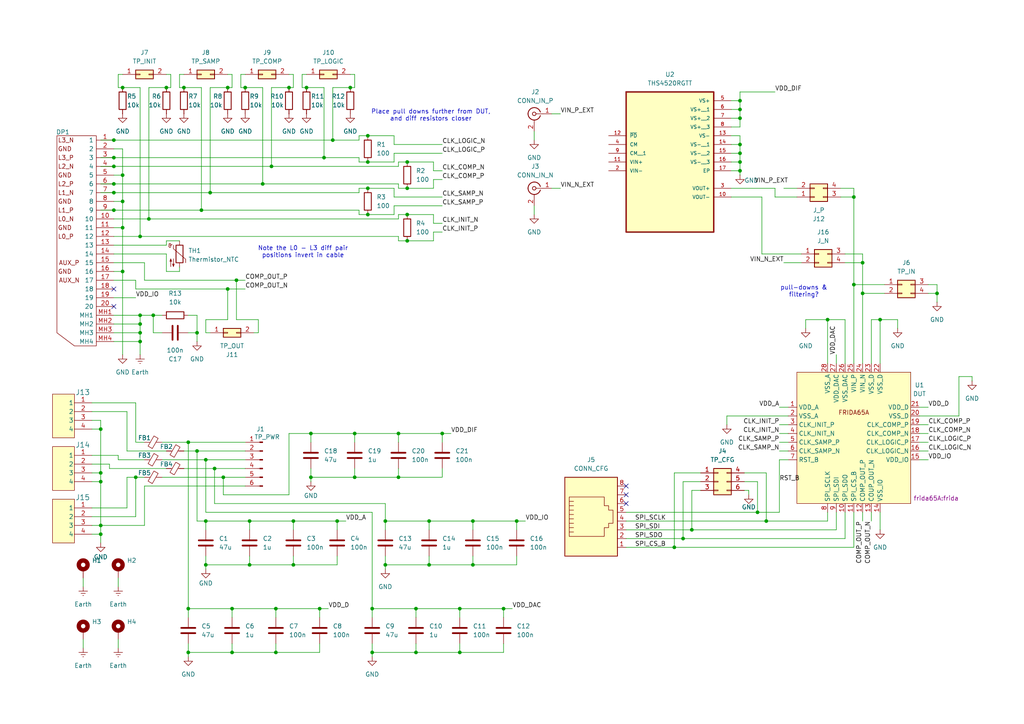
<source format=kicad_sch>
(kicad_sch (version 20250114) (generator "eeschema") (generator_version "9.0")
  (paper "A4")
  (title_block (title "FRIDA65A Single Chip Card") (date "2025-11-11") (rev "1.0") (company "SiLab, Universität Bonn") (comment 1 "K. Caisley, H. Krüger, C. Bespin"))
  (text "Note the L0 - L3 diff pair\npositions invert in cable" (at 87.884 73.152 0) (effects (font (size 1.27 1.27))))
  (text "pull-downs &\nfiltering?" (at 233.172 84.582 0) (effects (font (size 1.27 1.27))))
  (text "Place pull downs further from DUT,\nand diff resistors closer" (at 124.968 33.528 0) (effects (font (size 1.27 1.27))))
  (junction (at 137.16 163.83))
  (junction (at 64.77 138.43))
  (junction (at 60.96 55.88))
  (junction (at 247.65 57.15))
  (junction (at 80.01 176.53))
  (junction (at 128.27 125.73))
  (junction (at 58.42 60.96))
  (junction (at 29.21 137.16))
  (junction (at 35.56 66.04))
  (junction (at 124.46 163.83))
  (junction (at 48.26 25.4))
  (junction (at 39.37 138.43))
  (junction (at 214.63 29.21))
  (junction (at 54.61 176.53))
  (junction (at 66.04 83.82))
  (junction (at 35.56 78.74))
  (junction (at 67.31 189.23))
  (junction (at 83.82 25.4))
  (junction (at 85.09 151.13))
  (junction (at 106.68 62.23))
  (junction (at 102.87 125.73))
  (junction (at 118.11 69.85))
  (junction (at 57.15 96.52))
  (junction (at 35.56 25.4))
  (junction (at 78.74 48.26))
  (junction (at 33.02 55.88))
  (junction (at 111.76 151.13))
  (junction (at 33.02 40.64))
  (junction (at 124.46 151.13))
  (junction (at 33.02 48.26))
  (junction (at 59.69 133.35))
  (junction (at 33.02 60.96))
  (junction (at 120.65 189.23))
  (junction (at 250.19 76.2))
  (junction (at 40.64 68.58))
  (junction (at 80.01 189.23))
  (junction (at 40.64 99.06))
  (junction (at 33.02 45.72))
  (junction (at 33.02 53.34))
  (junction (at 222.25 151.13))
  (junction (at 118.11 62.23))
  (junction (at 59.69 151.13))
  (junction (at 72.39 163.83))
  (junction (at 133.35 189.23))
  (junction (at 107.95 176.53))
  (junction (at 68.58 81.28))
  (junction (at 53.34 25.4))
  (junction (at 90.17 138.43))
  (junction (at 250.19 85.09))
  (junction (at 54.61 128.27))
  (junction (at 271.78 85.09))
  (junction (at 219.71 148.59))
  (junction (at 214.63 31.75))
  (junction (at 93.98 45.72))
  (junction (at 137.16 151.13))
  (junction (at 111.76 163.83))
  (junction (at 62.23 135.89))
  (junction (at 67.31 176.53))
  (junction (at 214.63 49.53))
  (junction (at 120.65 176.53))
  (junction (at 195.58 158.75))
  (junction (at 101.6 25.4))
  (junction (at 214.63 34.29))
  (junction (at 54.61 189.23))
  (junction (at 96.52 40.64))
  (junction (at 76.2 53.34))
  (junction (at 43.18 63.5))
  (junction (at 133.35 176.53))
  (junction (at 102.87 138.43))
  (junction (at 44.45 91.44))
  (junction (at 35.56 50.8))
  (junction (at 40.64 96.52))
  (junction (at 97.79 151.13))
  (junction (at 71.12 25.4))
  (junction (at 214.63 41.91))
  (junction (at 240.03 92.71))
  (junction (at 247.65 82.55))
  (junction (at 90.17 125.73))
  (junction (at 106.68 54.61))
  (junction (at 198.12 156.21))
  (junction (at 200.66 153.67))
  (junction (at 40.64 93.98))
  (junction (at 149.86 151.13))
  (junction (at 59.69 163.83))
  (junction (at 66.04 25.4))
  (junction (at 88.9 25.4))
  (junction (at 106.68 39.37))
  (junction (at 107.95 189.23))
  (junction (at 118.11 54.61))
  (junction (at 118.11 46.99))
  (junction (at 92.71 176.53))
  (junction (at 214.63 44.45))
  (junction (at 146.05 176.53))
  (junction (at 29.21 124.46))
  (junction (at 29.21 152.4))
  (junction (at 29.21 154.94))
  (junction (at 29.21 139.7))
  (junction (at 115.57 125.73))
  (junction (at 115.57 138.43))
  (junction (at 85.09 163.83))
  (junction (at 35.56 58.42))
  (junction (at 106.68 46.99))
  (junction (at 57.15 130.81))
  (junction (at 40.64 91.44))
  (junction (at 72.39 151.13))
  (junction (at 214.63 46.99))
  (junction (at 255.27 92.71))
  (no_connect (at 181.61 143.51))
  (no_connect (at 33.02 83.82))
  (no_connect (at 181.61 140.97))
  (no_connect (at 181.61 146.05))
  (no_connect (at 33.02 88.9))
  (wire (pts (xy 83.82 125.73) (xy 90.17 125.73)))
  (wire (pts (xy 60.96 25.4) (xy 66.04 25.4)))
  (wire (pts (xy 58.42 60.96) (xy 104.14 60.96)))
  (wire (pts (xy 93.98 45.72) (xy 104.14 45.72)))
  (wire (pts (xy 71.12 140.97) (xy 41.91 140.97)))
  (wire (pts (xy 124.46 163.83) (xy 137.16 163.83)))
  (wire (pts (xy 240.03 148.59) (xy 240.03 151.13)))
  (wire (pts (xy 33.02 91.44) (xy 40.64 91.44)))
  (wire (pts (xy 33.02 58.42) (xy 35.56 58.42)))
  (wire (pts (xy 46.99 133.35) (xy 59.69 133.35)))
  (wire (pts (xy 242.57 148.59) (xy 242.57 153.67)))
  (wire (pts (xy 29.21 48.26) (xy 33.02 48.26)))
  (wire (pts (xy 39.37 149.86) (xy 26.67 149.86)))
  (wire (pts (xy 59.69 163.83) (xy 59.69 165.1)))
  (wire (pts (xy 29.21 40.64) (xy 33.02 40.64)))
  (wire (pts (xy 195.58 158.75) (xy 195.58 137.16)))
  (wire (pts (xy 124.46 151.13) (xy 137.16 151.13)))
  (wire (pts (xy 71.12 21.59) (xy 69.85 21.59)))
  (wire (pts (xy 52.07 25.4) (xy 53.34 25.4)))
  (wire (pts (xy 247.65 148.59) (xy 247.65 158.75)))
  (wire (pts (xy 200.66 142.24) (xy 200.66 153.67)))
  (wire (pts (xy 104.14 60.96) (xy 104.14 62.23)))
  (wire (pts (xy 49.53 21.59) (xy 49.53 25.4)))
  (wire (pts (xy 125.73 54.61) (xy 125.73 52.07)))
  (wire (pts (xy 29.21 55.88) (xy 33.02 55.88)))
  (wire (pts (xy 118.11 46.99) (xy 125.73 46.99)))
  (wire (pts (xy 219.71 148.59) (xy 226.06 148.59)))
  (wire (pts (xy 217.17 142.24) (xy 217.17 143.51)))
  (wire (pts (xy 80.01 189.23) (xy 92.71 189.23)))
  (wire (pts (xy 214.63 29.21) (xy 214.63 26.67)))
  (wire (pts (xy 33.02 76.2) (xy 41.91 76.2)))
  (wire (pts (xy 39.37 138.43) (xy 39.37 149.86)))
  (wire (pts (xy 39.37 83.82) (xy 66.04 83.82)))
  (wire (pts (xy 48.26 69.85) (xy 52.07 69.85)))
  (wire (pts (xy 214.63 44.45) (xy 214.63 46.99)))
  (wire (pts (xy 104.14 40.64) (xy 104.14 39.37)))
  (wire (pts (xy 118.11 62.23) (xy 125.73 62.23)))
  (wire (pts (xy 26.67 137.16) (xy 29.21 137.16)))
  (wire (pts (xy 90.17 138.43) (xy 90.17 139.7)))
  (wire (pts (xy 64.77 138.43) (xy 71.12 138.43)))
  (wire (pts (xy 85.09 21.59) (xy 85.09 25.4)))
  (wire (pts (xy 200.66 153.67) (xy 242.57 153.67)))
  (wire (pts (xy 214.63 39.37) (xy 214.63 41.91)))
  (wire (pts (xy 33.02 40.64) (xy 96.52 40.64)))
  (wire (pts (xy 54.61 189.23) (xy 67.31 189.23)))
  (wire (pts (xy 250.19 85.09) (xy 250.19 105.41)))
  (wire (pts (xy 64.77 143.51) (xy 83.82 143.51)))
  (wire (pts (xy 101.6 21.59) (xy 102.87 21.59)))
  (wire (pts (xy 240.03 92.71) (xy 245.11 92.71)))
  (wire (pts (xy 115.57 135.89) (xy 115.57 138.43)))
  (wire (pts (xy 64.77 138.43) (xy 46.99 138.43)))
  (wire (pts (xy 54.61 186.69) (xy 54.61 189.23)))
  (wire (pts (xy 68.58 81.28) (xy 71.12 81.28)))
  (wire (pts (xy 33.02 63.5) (xy 43.18 63.5)))
  (wire (pts (xy 41.91 81.28) (xy 68.58 81.28)))
  (wire (pts (xy 62.23 135.89) (xy 62.23 146.05)))
  (wire (pts (xy 59.69 161.29) (xy 59.69 163.83)))
  (wire (pts (xy 120.65 189.23) (xy 133.35 189.23)))
  (wire (pts (xy 33.02 45.72) (xy 93.98 45.72)))
  (wire (pts (xy 104.14 62.23) (xy 106.68 62.23)))
  (wire (pts (xy 85.09 161.29) (xy 85.09 163.83)))
  (wire (pts (xy 114.3 41.91) (xy 128.27 41.91)))
  (wire (pts (xy 40.64 96.52) (xy 40.64 99.06)))
  (wire (pts (xy 57.15 130.81) (xy 71.12 130.81)))
  (wire (pts (xy 104.14 46.99) (xy 106.68 46.99)))
  (wire (pts (xy 93.98 25.4) (xy 93.98 45.72)))
  (wire (pts (xy 137.16 161.29) (xy 137.16 163.83)))
  (wire (pts (xy 36.83 147.32) (xy 36.83 138.43)))
  (wire (pts (xy 33.02 71.12) (xy 48.26 71.12)))
  (wire (pts (xy 114.3 62.23) (xy 114.3 59.69)))
  (wire (pts (xy 104.14 54.61) (xy 106.68 54.61)))
  (wire (pts (xy 107.95 190.5) (xy 107.95 189.23)))
  (wire (pts (xy 40.64 68.58) (xy 115.57 68.58)))
  (wire (pts (xy 212.09 29.21) (xy 214.63 29.21)))
  (wire (pts (xy 215.9 142.24) (xy 217.17 142.24)))
  (wire (pts (xy 72.39 161.29) (xy 72.39 163.83)))
  (wire (pts (xy 125.73 67.31) (xy 128.27 67.31)))
  (wire (pts (xy 115.57 62.23) (xy 118.11 62.23)))
  (wire (pts (xy 59.69 96.52) (xy 59.69 92.71)))
  (wire (pts (xy 260.35 92.71) (xy 260.35 95.25)))
  (wire (pts (xy 137.16 163.83) (xy 149.86 163.83)))
  (wire (pts (xy 233.68 92.71) (xy 233.68 95.25)))
  (wire (pts (xy 224.79 54.61) (xy 212.09 54.61)))
  (wire (pts (xy 128.27 125.73) (xy 128.27 128.27)))
  (wire (pts (xy 26.67 124.46) (xy 29.21 124.46)))
  (wire (pts (xy 198.12 156.21) (xy 245.11 156.21)))
  (wire (pts (xy 60.96 55.88) (xy 104.14 55.88)))
  (wire (pts (xy 60.96 25.4) (xy 60.96 55.88)))
  (wire (pts (xy 137.16 151.13) (xy 149.86 151.13)))
  (wire (pts (xy 281.94 109.22) (xy 281.94 110.49)))
  (wire (pts (xy 226.06 123.19) (xy 228.6 123.19)))
  (wire (pts (xy 40.64 91.44) (xy 40.64 93.98)))
  (wire (pts (xy 212.09 57.15) (xy 220.98 57.15)))
  (wire (pts (xy 78.74 25.4) (xy 83.82 25.4)))
  (wire (pts (xy 133.35 186.69) (xy 133.35 189.23)))
  (wire (pts (xy 83.82 143.51) (xy 83.82 125.73)))
  (wire (pts (xy 106.68 54.61) (xy 114.3 54.61)))
  (wire (pts (xy 87.63 21.59) (xy 87.63 25.4)))
  (wire (pts (xy 74.93 96.52) (xy 74.93 92.71)))
  (wire (pts (xy 115.57 125.73) (xy 115.57 128.27)))
  (wire (pts (xy 26.67 121.92) (xy 29.21 121.92)))
  (wire (pts (xy 154.94 59.69) (xy 154.94 62.23)))
  (wire (pts (xy 46.99 96.52) (xy 44.45 96.52)))
  (wire (pts (xy 72.39 151.13) (xy 72.39 153.67)))
  (wire (pts (xy 146.05 176.53) (xy 146.05 179.07)))
  (wire (pts (xy 114.3 54.61) (xy 114.3 57.15)))
  (wire (pts (xy 57.15 130.81) (xy 57.15 151.13)))
  (wire (pts (xy 245.11 76.2) (xy 250.19 76.2)))
  (wire (pts (xy 24.13 167.64) (xy 24.13 170.18)))
  (wire (pts (xy 149.86 151.13) (xy 149.86 153.67)))
  (wire (pts (xy 69.85 25.4) (xy 71.12 25.4)))
  (wire (pts (xy 36.83 130.81) (xy 48.26 130.81)))
  (wire (pts (xy 215.9 137.16) (xy 222.25 137.16)))
  (wire (pts (xy 214.63 41.91) (xy 214.63 44.45)))
  (wire (pts (xy 210.82 120.65) (xy 228.6 120.65)))
  (wire (pts (xy 85.09 151.13) (xy 97.79 151.13)))
  (wire (pts (xy 62.23 135.89) (xy 71.12 135.89)))
  (wire (pts (xy 57.15 91.44) (xy 57.15 96.52)))
  (wire (pts (xy 90.17 138.43) (xy 102.87 138.43)))
  (wire (pts (xy 29.21 53.34) (xy 33.02 53.34)))
  (wire (pts (xy 250.19 148.59) (xy 250.19 151.13)))
  (wire (pts (xy 226.06 130.81) (xy 228.6 130.81)))
  (wire (pts (xy 85.09 151.13) (xy 85.09 153.67)))
  (wire (pts (xy 104.14 45.72) (xy 104.14 46.99)))
  (wire (pts (xy 269.24 85.09) (xy 271.78 85.09)))
  (wire (pts (xy 97.79 151.13) (xy 97.79 153.67)))
  (wire (pts (xy 227.33 54.61) (xy 231.14 54.61)))
  (wire (pts (xy 245.11 73.66) (xy 250.19 73.66)))
  (wire (pts (xy 160.02 54.61) (xy 162.56 54.61)))
  (wire (pts (xy 53.34 135.89) (xy 62.23 135.89)))
  (wire (pts (xy 115.57 46.99) (xy 118.11 46.99)))
  (wire (pts (xy 125.73 62.23) (xy 125.73 64.77)))
  (wire (pts (xy 29.21 154.94) (xy 29.21 157.48)))
  (wire (pts (xy 34.29 167.64) (xy 34.29 170.18)))
  (wire (pts (xy 114.3 39.37) (xy 114.3 41.91)))
  (wire (pts (xy 146.05 186.69) (xy 146.05 189.23)))
  (wire (pts (xy 48.26 21.59) (xy 49.53 21.59)))
  (wire (pts (xy 33.02 86.36) (xy 39.37 86.36)))
  (wire (pts (xy 146.05 176.53) (xy 148.59 176.53)))
  (wire (pts (xy 278.13 109.22) (xy 278.13 120.65)))
  (wire (pts (xy 195.58 158.75) (xy 247.65 158.75)))
  (wire (pts (xy 125.73 46.99) (xy 125.73 49.53)))
  (wire (pts (xy 250.19 76.2) (xy 250.19 85.09)))
  (wire (pts (xy 40.64 91.44) (xy 44.45 91.44)))
  (wire (pts (xy 111.76 163.83) (xy 111.76 165.1)))
  (wire (pts (xy 34.29 133.35) (xy 41.91 133.35)))
  (wire (pts (xy 106.68 39.37) (xy 104.14 39.37)))
  (wire (pts (xy 92.71 176.53) (xy 92.71 179.07)))
  (wire (pts (xy 36.83 119.38) (xy 36.83 130.81)))
  (wire (pts (xy 224.79 57.15) (xy 231.14 57.15)))
  (wire (pts (xy 120.65 176.53) (xy 120.65 179.07)))
  (wire (pts (xy 181.61 151.13) (xy 222.25 151.13)))
  (wire (pts (xy 87.63 25.4) (xy 88.9 25.4)))
  (wire (pts (xy 33.02 53.34) (xy 76.2 53.34)))
  (wire (pts (xy 101.6 25.4) (xy 102.87 25.4)))
  (wire (pts (xy 240.03 92.71) (xy 240.03 105.41)))
  (wire (pts (xy 115.57 53.34) (xy 115.57 54.61)))
  (wire (pts (xy 33.02 60.96) (xy 58.42 60.96)))
  (wire (pts (xy 90.17 125.73) (xy 102.87 125.73)))
  (wire (pts (xy 59.69 133.35) (xy 59.69 148.59)))
  (wire (pts (xy 66.04 83.82) (xy 71.12 83.82)))
  (wire (pts (xy 212.09 31.75) (xy 214.63 31.75)))
  (wire (pts (xy 214.63 26.67) (xy 224.79 26.67)))
  (wire (pts (xy 111.76 151.13) (xy 124.46 151.13)))
  (wire (pts (xy 41.91 76.2) (xy 41.91 81.28)))
  (wire (pts (xy 29.21 139.7) (xy 29.21 152.4)))
  (wire (pts (xy 102.87 125.73) (xy 102.87 128.27)))
  (wire (pts (xy 33.02 48.26) (xy 78.74 48.26)))
  (wire (pts (xy 252.73 148.59) (xy 252.73 151.13)))
  (wire (pts (xy 34.29 21.59) (xy 34.29 25.4)))
  (wire (pts (xy 83.82 21.59) (xy 85.09 21.59)))
  (wire (pts (xy 39.37 128.27) (xy 41.91 128.27)))
  (wire (pts (xy 243.84 57.15) (xy 247.65 57.15)))
  (wire (pts (xy 212.09 41.91) (xy 214.63 41.91)))
  (wire (pts (xy 149.86 161.29) (xy 149.86 163.83)))
  (wire (pts (xy 35.56 43.18) (xy 35.56 50.8)))
  (wire (pts (xy 26.67 152.4) (xy 29.21 152.4)))
  (wire (pts (xy 125.73 52.07) (xy 128.27 52.07)))
  (wire (pts (xy 214.63 34.29) (xy 214.63 31.75)))
  (wire (pts (xy 74.93 92.71) (xy 68.58 92.71)))
  (wire (pts (xy 24.13 185.42) (xy 24.13 187.96)))
  (wire (pts (xy 220.98 73.66) (xy 232.41 73.66)))
  (wire (pts (xy 33.02 55.88) (xy 60.96 55.88)))
  (wire (pts (xy 133.35 176.53) (xy 146.05 176.53)))
  (wire (pts (xy 31.75 134.62) (xy 31.75 135.89)))
  (wire (pts (xy 124.46 151.13) (xy 124.46 153.67)))
  (wire (pts (xy 220.98 57.15) (xy 220.98 73.66)))
  (wire (pts (xy 39.37 81.28) (xy 39.37 83.82)))
  (wire (pts (xy 125.73 69.85) (xy 125.73 67.31)))
  (wire (pts (xy 54.61 96.52) (xy 57.15 96.52)))
  (wire (pts (xy 62.23 146.05) (xy 111.76 146.05)))
  (wire (pts (xy 29.21 137.16) (xy 29.21 139.7)))
  (wire (pts (xy 33.02 66.04) (xy 35.56 66.04)))
  (wire (pts (xy 67.31 21.59) (xy 67.31 25.4)))
  (wire (pts (xy 68.58 81.28) (xy 68.58 92.71)))
  (wire (pts (xy 33.02 96.52) (xy 40.64 96.52)))
  (wire (pts (xy 247.65 57.15) (xy 247.65 82.55)))
  (wire (pts (xy 26.67 139.7) (xy 29.21 139.7)))
  (wire (pts (xy 83.82 25.4) (xy 85.09 25.4)))
  (wire (pts (xy 107.95 186.69) (xy 107.95 189.23)))
  (wire (pts (xy 33.02 73.66) (xy 48.26 73.66)))
  (wire (pts (xy 212.09 46.99) (xy 214.63 46.99)))
  (wire (pts (xy 39.37 81.28) (xy 33.02 81.28)))
  (wire (pts (xy 67.31 186.69) (xy 67.31 189.23)))
  (wire (pts (xy 35.56 78.74) (xy 35.56 102.87)))
  (wire (pts (xy 96.52 25.4) (xy 101.6 25.4)))
  (wire (pts (xy 115.57 63.5) (xy 115.57 62.23)))
  (wire (pts (xy 88.9 25.4) (xy 93.98 25.4)))
  (wire (pts (xy 133.35 176.53) (xy 133.35 179.07)))
  (wire (pts (xy 29.21 45.72) (xy 33.02 45.72)))
  (wire (pts (xy 34.29 25.4) (xy 35.56 25.4)))
  (wire (pts (xy 250.19 85.09) (xy 256.54 85.09)))
  (wire (pts (xy 102.87 125.73) (xy 115.57 125.73)))
  (wire (pts (xy 266.7 123.19) (xy 269.24 123.19)))
  (wire (pts (xy 181.61 158.75) (xy 195.58 158.75)))
  (wire (pts (xy 33.02 93.98) (xy 40.64 93.98)))
  (wire (pts (xy 252.73 92.71) (xy 255.27 92.71)))
  (wire (pts (xy 255.27 148.59) (xy 255.27 153.67)))
  (wire (pts (xy 198.12 156.21) (xy 198.12 139.7)))
  (wire (pts (xy 266.7 133.35) (xy 269.24 133.35)))
  (wire (pts (xy 40.64 93.98) (xy 40.64 96.52)))
  (wire (pts (xy 181.61 153.67) (xy 200.66 153.67)))
  (wire (pts (xy 114.3 57.15) (xy 128.27 57.15)))
  (wire (pts (xy 160.02 33.02) (xy 162.56 33.02)))
  (wire (pts (xy 115.57 54.61) (xy 118.11 54.61)))
  (wire (pts (xy 250.19 73.66) (xy 250.19 76.2)))
  (wire (pts (xy 43.18 25.4) (xy 43.18 63.5)))
  (wire (pts (xy 271.78 82.55) (xy 271.78 85.09)))
  (wire (pts (xy 215.9 139.7) (xy 219.71 139.7)))
  (wire (pts (xy 111.76 161.29) (xy 111.76 163.83)))
  (wire (pts (xy 31.75 135.89) (xy 48.26 135.89)))
  (wire (pts (xy 102.87 138.43) (xy 115.57 138.43)))
  (wire (pts (xy 73.66 96.52) (xy 74.93 96.52)))
  (wire (pts (xy 247.65 54.61) (xy 247.65 57.15)))
  (wire (pts (xy 33.02 68.58) (xy 40.64 68.58)))
  (wire (pts (xy 247.65 82.55) (xy 256.54 82.55)))
  (wire (pts (xy 243.84 54.61) (xy 247.65 54.61)))
  (wire (pts (xy 41.91 140.97) (xy 41.91 152.4)))
  (wire (pts (xy 59.69 133.35) (xy 71.12 133.35)))
  (wire (pts (xy 76.2 25.4) (xy 76.2 53.34)))
  (wire (pts (xy 35.56 58.42) (xy 35.56 66.04)))
  (wire (pts (xy 214.63 46.99) (xy 214.63 49.53)))
  (wire (pts (xy 106.68 46.99) (xy 114.3 46.99)))
  (wire (pts (xy 48.26 25.4) (xy 49.53 25.4)))
  (wire (pts (xy 26.67 147.32) (xy 36.83 147.32)))
  (wire (pts (xy 125.73 64.77) (xy 128.27 64.77)))
  (wire (pts (xy 80.01 186.69) (xy 80.01 189.23)))
  (wire (pts (xy 107.95 176.53) (xy 107.95 179.07)))
  (wire (pts (xy 278.13 120.65) (xy 266.7 120.65)))
  (wire (pts (xy 181.61 148.59) (xy 219.71 148.59)))
  (wire (pts (xy 115.57 138.43) (xy 128.27 138.43)))
  (wire (pts (xy 53.34 130.81) (xy 57.15 130.81)))
  (wire (pts (xy 96.52 25.4) (xy 96.52 40.64)))
  (wire (pts (xy 227.33 76.2) (xy 232.41 76.2)))
  (wire (pts (xy 54.61 176.53) (xy 54.61 179.07)))
  (wire (pts (xy 66.04 21.59) (xy 67.31 21.59)))
  (wire (pts (xy 54.61 176.53) (xy 67.31 176.53)))
  (wire (pts (xy 59.69 151.13) (xy 59.69 153.67)))
  (wire (pts (xy 39.37 116.84) (xy 39.37 128.27)))
  (wire (pts (xy 96.52 40.64) (xy 104.14 40.64)))
  (wire (pts (xy 210.82 120.65) (xy 210.82 123.19)))
  (wire (pts (xy 52.07 21.59) (xy 52.07 25.4)))
  (wire (pts (xy 67.31 189.23) (xy 80.01 189.23)))
  (wire (pts (xy 212.09 36.83) (xy 214.63 36.83)))
  (wire (pts (xy 212.09 39.37) (xy 214.63 39.37)))
  (wire (pts (xy 57.15 96.52) (xy 57.15 99.06)))
  (wire (pts (xy 66.04 83.82) (xy 66.04 92.71)))
  (wire (pts (xy 107.95 148.59) (xy 107.95 176.53)))
  (wire (pts (xy 111.76 163.83) (xy 124.46 163.83)))
  (wire (pts (xy 111.76 146.05) (xy 111.76 151.13)))
  (wire (pts (xy 214.63 36.83) (xy 214.63 34.29)))
  (wire (pts (xy 80.01 176.53) (xy 80.01 179.07)))
  (wire (pts (xy 245.11 92.71) (xy 245.11 105.41)))
  (wire (pts (xy 226.06 118.11) (xy 228.6 118.11)))
  (wire (pts (xy 114.3 46.99) (xy 114.3 44.45)))
  (wire (pts (xy 69.85 21.59) (xy 69.85 25.4)))
  (wire (pts (xy 266.7 125.73) (xy 269.24 125.73)))
  (wire (pts (xy 33.02 99.06) (xy 40.64 99.06)))
  (wire (pts (xy 43.18 63.5) (xy 115.57 63.5)))
  (wire (pts (xy 124.46 161.29) (xy 124.46 163.83)))
  (wire (pts (xy 97.79 151.13) (xy 100.33 151.13)))
  (wire (pts (xy 226.06 128.27) (xy 228.6 128.27)))
  (wire (pts (xy 240.03 92.71) (xy 233.68 92.71)))
  (wire (pts (xy 35.56 21.59) (xy 34.29 21.59)))
  (wire (pts (xy 125.73 49.53) (xy 128.27 49.53)))
  (wire (pts (xy 198.12 139.7) (xy 203.2 139.7)))
  (wire (pts (xy 212.09 44.45) (xy 214.63 44.45)))
  (wire (pts (xy 107.95 176.53) (xy 120.65 176.53)))
  (wire (pts (xy 115.57 125.73) (xy 128.27 125.73)))
  (wire (pts (xy 67.31 176.53) (xy 80.01 176.53)))
  (wire (pts (xy 35.56 66.04) (xy 35.56 78.74)))
  (wire (pts (xy 88.9 21.59) (xy 87.63 21.59)))
  (wire (pts (xy 40.64 99.06) (xy 40.64 102.87)))
  (wire (pts (xy 59.69 148.59) (xy 107.95 148.59)))
  (wire (pts (xy 226.06 125.73) (xy 228.6 125.73)))
  (wire (pts (xy 34.29 132.08) (xy 34.29 133.35)))
  (wire (pts (xy 48.26 71.12) (xy 48.26 69.85)))
  (wire (pts (xy 46.99 128.27) (xy 54.61 128.27)))
  (wire (pts (xy 224.79 57.15) (xy 224.79 54.61)))
  (wire (pts (xy 120.65 176.53) (xy 133.35 176.53)))
  (wire (pts (xy 60.96 96.52) (xy 59.69 96.52)))
  (wire (pts (xy 102.87 21.59) (xy 102.87 25.4)))
  (wire (pts (xy 36.83 138.43) (xy 39.37 138.43)))
  (wire (pts (xy 107.95 189.23) (xy 120.65 189.23)))
  (wire (pts (xy 154.94 38.1) (xy 154.94 40.64)))
  (wire (pts (xy 120.65 186.69) (xy 120.65 189.23)))
  (wire (pts (xy 59.69 163.83) (xy 72.39 163.83)))
  (wire (pts (xy 26.67 132.08) (xy 34.29 132.08)))
  (wire (pts (xy 58.42 25.4) (xy 58.42 60.96)))
  (wire (pts (xy 54.61 128.27) (xy 71.12 128.27)))
  (wire (pts (xy 90.17 125.73) (xy 90.17 128.27)))
  (wire (pts (xy 247.65 82.55) (xy 247.65 105.41)))
  (wire (pts (xy 33.02 50.8) (xy 35.56 50.8)))
  (wire (pts (xy 66.04 25.4) (xy 67.31 25.4)))
  (wire (pts (xy 255.27 92.71) (xy 255.27 105.41)))
  (wire (pts (xy 266.7 118.11) (xy 269.24 118.11)))
  (wire (pts (xy 222.25 137.16) (xy 222.25 151.13)))
  (wire (pts (xy 26.67 134.62) (xy 31.75 134.62)))
  (wire (pts (xy 106.68 39.37) (xy 114.3 39.37)))
  (wire (pts (xy 44.45 91.44) (xy 44.45 96.52)))
  (wire (pts (xy 226.06 133.35) (xy 228.6 133.35)))
  (wire (pts (xy 64.77 138.43) (xy 64.77 143.51)))
  (wire (pts (xy 271.78 85.09) (xy 271.78 87.63)))
  (wire (pts (xy 54.61 189.23) (xy 54.61 190.5)))
  (wire (pts (xy 115.57 48.26) (xy 115.57 46.99)))
  (wire (pts (xy 111.76 151.13) (xy 111.76 153.67)))
  (wire (pts (xy 133.35 189.23) (xy 146.05 189.23)))
  (wire (pts (xy 106.68 62.23) (xy 114.3 62.23)))
  (wire (pts (xy 76.2 53.34) (xy 115.57 53.34)))
  (wire (pts (xy 26.67 119.38) (xy 36.83 119.38)))
  (wire (pts (xy 54.61 91.44) (xy 57.15 91.44)))
  (wire (pts (xy 278.13 109.22) (xy 281.94 109.22)))
  (wire (pts (xy 41.91 152.4) (xy 29.21 152.4)))
  (wire (pts (xy 35.56 25.4) (xy 40.64 25.4)))
  (wire (pts (xy 33.02 78.74) (xy 35.56 78.74)))
  (wire (pts (xy 255.27 92.71) (xy 260.35 92.71)))
  (wire (pts (xy 44.45 91.44) (xy 46.99 91.44)))
  (wire (pts (xy 115.57 68.58) (xy 115.57 69.85)))
  (wire (pts (xy 29.21 60.96) (xy 33.02 60.96)))
  (wire (pts (xy 214.63 49.53) (xy 214.63 50.8)))
  (wire (pts (xy 72.39 163.83) (xy 85.09 163.83)))
  (wire (pts (xy 29.21 124.46) (xy 29.21 137.16)))
  (wire (pts (xy 252.73 92.71) (xy 252.73 105.41)))
  (wire (pts (xy 92.71 186.69) (xy 92.71 189.23)))
  (wire (pts (xy 48.26 73.66) (xy 48.26 78.74)))
  (wire (pts (xy 269.24 82.55) (xy 271.78 82.55)))
  (wire (pts (xy 212.09 49.53) (xy 214.63 49.53)))
  (wire (pts (xy 72.39 151.13) (xy 85.09 151.13)))
  (wire (pts (xy 48.26 78.74) (xy 52.07 78.74)))
  (wire (pts (xy 242.57 102.87) (xy 242.57 105.41)))
  (wire (pts (xy 195.58 137.16) (xy 203.2 137.16)))
  (wire (pts (xy 53.34 25.4) (xy 58.42 25.4)))
  (wire (pts (xy 181.61 156.21) (xy 198.12 156.21)))
  (wire (pts (xy 102.87 135.89) (xy 102.87 138.43)))
  (wire (pts (xy 226.06 133.35) (xy 226.06 148.59)))
  (wire (pts (xy 43.18 25.4) (xy 48.26 25.4)))
  (wire (pts (xy 29.21 121.92) (xy 29.21 124.46)))
  (wire (pts (xy 35.56 50.8) (xy 35.56 58.42)))
  (wire (pts (xy 114.3 44.45) (xy 128.27 44.45)))
  (wire (pts (xy 40.64 25.4) (xy 40.64 68.58)))
  (wire (pts (xy 52.07 78.74) (xy 52.07 77.47)))
  (wire (pts (xy 33.02 43.18) (xy 35.56 43.18)))
  (wire (pts (xy 26.67 116.84) (xy 39.37 116.84)))
  (wire (pts (xy 214.63 31.75) (xy 214.63 29.21)))
  (wire (pts (xy 92.71 176.53) (xy 95.25 176.53)))
  (wire (pts (xy 114.3 59.69) (xy 128.27 59.69)))
  (wire (pts (xy 53.34 21.59) (xy 52.07 21.59)))
  (wire (pts (xy 118.11 54.61) (xy 125.73 54.61)))
  (wire (pts (xy 128.27 135.89) (xy 128.27 138.43)))
  (wire (pts (xy 149.86 151.13) (xy 152.4 151.13)))
  (wire (pts (xy 90.17 135.89) (xy 90.17 138.43)))
  (wire (pts (xy 115.57 69.85) (xy 118.11 69.85)))
  (wire (pts (xy 34.29 185.42) (xy 34.29 187.96)))
  (wire (pts (xy 26.67 154.94) (xy 29.21 154.94)))
  (wire (pts (xy 118.11 69.85) (xy 125.73 69.85)))
  (wire (pts (xy 71.12 25.4) (xy 76.2 25.4)))
  (wire (pts (xy 137.16 151.13) (xy 137.16 153.67)))
  (wire (pts (xy 78.74 25.4) (xy 78.74 48.26)))
  (wire (pts (xy 222.25 151.13) (xy 240.03 151.13)))
  (wire (pts (xy 266.7 130.81) (xy 269.24 130.81)))
  (wire (pts (xy 97.79 161.29) (xy 97.79 163.83)))
  (wire (pts (xy 104.14 55.88) (xy 104.14 54.61)))
  (wire (pts (xy 78.74 48.26) (xy 115.57 48.26)))
  (wire (pts (xy 59.69 92.71) (xy 66.04 92.71)))
  (wire (pts (xy 57.15 151.13) (xy 59.69 151.13)))
  (wire (pts (xy 219.71 139.7) (xy 219.71 148.59)))
  (wire (pts (xy 54.61 128.27) (xy 54.61 176.53)))
  (wire (pts (xy 39.37 138.43) (xy 41.91 138.43)))
  (wire (pts (xy 67.31 176.53) (xy 67.31 179.07)))
  (wire (pts (xy 128.27 125.73) (xy 130.81 125.73)))
  (wire (pts (xy 266.7 128.27) (xy 269.24 128.27)))
  (wire (pts (xy 85.09 163.83) (xy 97.79 163.83)))
  (wire (pts (xy 212.09 34.29) (xy 214.63 34.29)))
  (wire (pts (xy 203.2 142.24) (xy 200.66 142.24)))
  (wire (pts (xy 245.11 148.59) (xy 245.11 156.21)))
  (wire (pts (xy 59.69 151.13) (xy 72.39 151.13)))
  (wire (pts (xy 29.21 152.4) (xy 29.21 154.94)))
  (wire (pts (xy 80.01 176.53) (xy 92.71 176.53)))
  (label "VIN_N_EXT" (at 227.33 76.2 180))
  (label "CLK_LOGIC_N" (at 269.24 130.81 0))
  (label "CLK_INIT_N" (at 128.27 64.77 0))
  (label "CLK_SAMP_P" (at 128.27 59.69 0))
  (label "CLK_SAMP_N" (at 226.06 130.81 180))
  (label "CLK_COMP_N" (at 128.27 49.53 0))
  (label "CLK_LOGIC_P" (at 269.24 128.27 0))
  (label "CLK_INIT_N" (at 226.06 125.73 180))
  (label "CLK_LOGIC_P" (at 128.27 44.45 0))
  (label "VDD_D" (at 269.24 118.11 0))
  (label "VDD_IO" (at 269.24 133.35 0))
  (label "VDD_A" (at 226.06 118.11 180))
  (label "VDD_DAC" (at 242.57 102.87 90))
  (label "VDD_DIF" (at 224.79 26.67 0))
  (label "VIN_P_EXT" (at 228.6 53.34 180))
  (label "VIN_N_EXT" (at 162.56 54.61 0))
  (label "COMP_OUT_P" (at 250.19 151.13 270))
  (label "COMP_OUT_N" (at 252.73 151.13 270))
  (label "VDD_IO" (at 39.37 86.36 0))
  (label "COMP_OUT_P" (at 71.12 81.28 0))
  (label "RST_B" (at 226.06 139.7 0))
  (label "COMP_OUT_N" (at 71.12 83.82 0))
  (label "CLK_COMP_N" (at 269.24 125.73 0))
  (label "SPI_SCLK" (at 184.15 151.13 0))
  (label "CLK_COMP_P" (at 269.24 123.19 0))
  (label "CLK_SAMP_N" (at 128.27 57.15 0))
  (label "VIN_P_EXT" (at 162.56 33.02 0))
  (label "CLK_SAMP_P" (at 226.06 128.27 180))
  (label "CLK_INIT_P" (at 226.06 123.19 180))
  (label "CLK_INIT_P" (at 128.27 67.31 0))
  (label "CLK_COMP_P" (at 128.27 52.07 0))
  (label "SPI_SDO" (at 184.15 156.21 0))
  (label "SPI_CS_B" (at 184.15 158.75 0))
  (label "SPI_SDI" (at 184.15 153.67 0))
  (label "VDD_DIF" (at 130.81 125.73 0))
  (label "CLK_LOGIC_N" (at 128.27 41.91 0))
  (label "VDD_DAC" (at 148.59 176.53 0))
  (label "VDD_IO" (at 152.4 151.13 0))
  (label "VDD_D" (at 95.25 176.53 0))
  (label "VDD_A" (at 100.33 151.13 0))
  (symbol (lib_id "power:GND") (at 90.17 139.7 0) (unit 1)
    (property "Reference" "#PWR02" (effects (hide yes)))
    (property "Value" "GND" (at 90.17 143.764 0))
    (property "Description" "Power symbol creates a global label with name \"GND\" , ground" (effects (hide yes)))
  )
  (symbol (lib_id "Mechanical:MountingHole_Pad") (at 34.29 165.1 0) (unit 1) (in_bom no)
    (property "Reference" "H2" (at 36.83 162.5599 0) (effects (justify left)))
    (property "Value" "MountingHole_Pad" (effects (hide yes)))
    (property "Description" "Mounting Hole with connection" (effects (hide yes)))
  )
  (symbol (lib_id "power:GND") (at 233.68 95.25 0) (unit 1)
    (property "Reference" "#PWR015" (effects (hide yes)))
    (property "Value" "GND" (at 233.68 100.33 0))
    (property "Description" "Power symbol creates a global label with name \"GND\" , ground" (effects (hide yes)))
  )
  (symbol (lib_id "Device:R") (at 106.68 58.42 0) (unit 1)
    (property "Reference" "R3" (at 109.22 57.1499 0) (effects (justify left)))
    (property "Value" "100" (at 109.22 59.6899 0) (effects (justify left)))
    (property "Footprint" "Resistor_SMD:R_0603_1608Metric" (effects (hide yes)))
    (property "Description" "Resistor" (effects (hide yes)))
  )
  (symbol (lib_id "frida:THS4520RGTT") (at 194.31 39.37 0) (unit 1)
    (property "Reference" "U2" (at 194.31 21.59 0))
    (property "Value" "THS4520RGTT" (at 194.31 24.13 0))
    (property "Footprint" "frida65A:QFN50P300X300X100-17N" (effects (hide yes)))
  )
  (symbol (lib_id "frida:469914004") (at 26.67 116.84 0) (mirror y) (unit 1)
    (property "Reference" "J13" (at 26.162 113.792 0) (effects (font (size 1.524 1.524)) (justify left)))
    (property "Value" "469914004" (effects (hide yes)))
    (property "Footprint" "CONN_SD-46991-001_04_MOL" (effects (hide yes)))
    (property "Datasheet" "https://www.molex.com/en-us/products/part-detail-pdf/469914004?display=pdf" (effects (hide yes)))
  )
  (symbol (lib_id "Device:C") (at 137.16 157.48 0) (unit 1)
    (property "Reference" "C15" (at 140.97 156.2099 0) (effects (justify left)))
    (property "Value" "100n" (at 140.97 158.7499 0) (effects (justify left)))
    (property "Footprint" "Capacitor_SMD:C_0603_1608Metric" (effects (hide yes)))
    (property "Description" "Unpolarized capacitor" (effects (hide yes)))
  )
  (symbol (lib_id "Device:C") (at 115.57 132.08 0) (unit 1)
    (property "Reference" "C20" (at 119.38 130.8099 0) (effects (justify left)))
    (property "Value" "100n" (at 119.38 133.3499 0) (effects (justify left)))
    (property "Footprint" "Capacitor_SMD:C_0603_1608Metric" (effects (hide yes)))
    (property "Description" "Unpolarized capacitor" (effects (hide yes)))
  )
  (symbol (lib_id "Device:C") (at 72.39 157.48 0) (unit 1)
    (property "Reference" "C2" (at 76.2 156.2099 0) (effects (justify left)))
    (property "Value" "1u" (at 76.2 158.7499 0) (effects (justify left)))
    (property "Footprint" "Capacitor_SMD:C_0603_1608Metric" (effects (hide yes)))
    (property "Description" "Unpolarized capacitor" (effects (hide yes)))
  )
  (symbol (lib_id "Connector_Generic:Conn_02x01") (at 40.64 21.59 0) (unit 1)
    (property "Reference" "J7" (at 41.91 15.24 0))
    (property "Value" "TP_INIT" (at 41.91 17.78 0))
    (property "Footprint" "Connector_PinHeader_2.54mm:PinHeader_2x01_P2.54mm_Vertical" (effects (hide yes)))
    (property "Description" "Generic connector, double row, 02x01, this symbol is compatible with counter-clockwise, top-bottom and odd-even numbering schemes., script generated (kicad-library-utils/schlib/autogen/connector/)" (effects (hide yes)))
  )
  (symbol (lib_id "Device:C") (at 102.87 132.08 0) (unit 1)
    (property "Reference" "C19" (at 106.68 130.8099 0) (effects (justify left)))
    (property "Value" "1u" (at 106.68 133.3499 0) (effects (justify left)))
    (property "Footprint" "Capacitor_SMD:C_0603_1608Metric" (effects (hide yes)))
    (property "Description" "Unpolarized capacitor" (effects (hide yes)))
  )
  (symbol (lib_id "Device:C") (at 133.35 182.88 0) (unit 1)
    (property "Reference" "C11" (at 137.16 181.6099 0) (effects (justify left)))
    (property "Value" "100n" (at 137.16 184.1499 0) (effects (justify left)))
    (property "Footprint" "Capacitor_SMD:C_0603_1608Metric" (effects (hide yes)))
    (property "Description" "Unpolarized capacitor" (effects (hide yes)))
  )
  (symbol (lib_id "Device:FerriteBead_Small") (at 50.8 135.89 90) (unit 1)
    (property "Reference" "FB4" (at 48.26 134.62 90))
    (property "Value" "FerriteBead_Small" (effects (hide yes)))
    (property "Footprint" "Resistor_SMD:R_0603_1608Metric" (effects (hide yes)))
    (property "Description" "Ferrite bead, small symbol" (effects (hide yes)))
  )
  (symbol (lib_id "Device:FerriteBead_Small") (at 44.45 128.27 90) (unit 1)
    (property "Reference" "FB1" (at 41.91 127 90))
    (property "Value" "FerriteBead_Small" (effects (hide yes)))
    (property "Footprint" "Resistor_SMD:R_0603_1608Metric" (effects (hide yes)))
    (property "Description" "Ferrite bead, small symbol" (effects (hide yes)))
  )
  (symbol (lib_id "power:GND") (at 101.6 33.02 0) (mirror y) (unit 1)
    (property "Reference" "#PWR030" (effects (hide yes)))
    (property "Value" "GND" (at 101.6 38.1 0))
    (property "Description" "Power symbol creates a global label with name \"GND\" , ground" (effects (hide yes)))
  )
  (symbol (lib_id "Connector:Conn_01x06_Pin") (at 76.2 133.35 0) (mirror y) (unit 1)
    (property "Reference" "J1" (at 75.565 124.46 0))
    (property "Value" "TP_PWR" (at 77.47 126.746 0))
    (property "Footprint" "Silab:Molex_Mini-Fit_Jr_02x04_horizontal" (effects (hide yes)))
    (property "Description" "Generic connector, single row, 01x06, script generated" (effects (hide yes)))
  )
  (symbol (lib_id "Device:R") (at 88.9 29.21 0) (unit 1)
    (property "Reference" "R11" (at 90.17 27.94 0) (effects (justify left)))
    (property "Value" "10k" (at 90.17 30.48 0) (effects (justify left)))
    (property "Footprint" "Resistor_SMD:R_0603_1608Metric" (effects (hide yes)))
    (property "Description" "Resistor" (effects (hide yes)))
  )
  (symbol (lib_id "power:GND") (at 53.34 33.02 0) (unit 1)
    (property "Reference" "#PWR025" (effects (hide yes)))
    (property "Value" "GND" (at 53.34 38.1 0))
    (property "Description" "Power symbol creates a global label with name \"GND\" , ground" (effects (hide yes)))
  )
  (symbol (lib_id "Device:R") (at 71.12 29.21 0) (unit 1)
    (property "Reference" "R9" (at 72.39 27.94 0) (effects (justify left)))
    (property "Value" "10k" (at 72.39 30.48 0) (effects (justify left)))
    (property "Footprint" "Resistor_SMD:R_0603_1608Metric" (effects (hide yes)))
    (property "Description" "Resistor" (effects (hide yes)))
  )
  (symbol (lib_id "power:GND") (at 281.94 110.49 0) (unit 1)
    (property "Reference" "#PWR012" (effects (hide yes)))
    (property "Value" "GND" (at 281.94 115.57 0))
    (property "Description" "Power symbol creates a global label with name \"GND\" , ground" (effects (hide yes)))
  )
  (symbol (lib_id "power:GND") (at 214.63 50.8 0) (unit 1)
    (property "Reference" "#PWR022" (effects (hide yes)))
    (property "Value" "GND" (at 217.932 52.324 0))
    (property "Description" "Power symbol creates a global label with name \"GND\" , ground" (effects (hide yes)))
  )
  (symbol (lib_id "Connector_Generic:Conn_02x01") (at 93.98 21.59 0) (unit 1)
    (property "Reference" "J10" (at 95.25 15.24 0))
    (property "Value" "TP_LOGIC" (at 95.25 17.78 0))
    (property "Footprint" "Connector_PinHeader_2.54mm:PinHeader_2x01_P2.54mm_Vertical" (effects (hide yes)))
    (property "Description" "Generic connector, double row, 02x01, this symbol is compatible with counter-clockwise, top-bottom and odd-even numbering schemes., script generated (kicad-library-utils/schlib/autogen/connector/)" (effects (hide yes)))
  )
  (symbol (lib_id "power:GND") (at 83.82 33.02 0) (mirror y) (unit 1)
    (property "Reference" "#PWR028" (effects (hide yes)))
    (property "Value" "GND" (at 83.82 38.1 0))
    (property "Description" "Power symbol creates a global label with name \"GND\" , ground" (effects (hide yes)))
  )
  (symbol (lib_id "Device:R") (at 118.11 66.04 0) (unit 1)
    (property "Reference" "R4" (at 120.65 64.7699 0) (effects (justify left)))
    (property "Value" "100" (at 120.65 67.3099 0) (effects (justify left)))
    (property "Footprint" "Resistor_SMD:R_0603_1608Metric" (effects (hide yes)))
    (property "Description" "Resistor" (effects (hide yes)))
  )
  (symbol (lib_id "power:GND") (at 260.35 95.25 0) (unit 1)
    (property "Reference" "#PWR016" (effects (hide yes)))
    (property "Value" "GND" (at 260.35 100.33 0))
    (property "Description" "Power symbol creates a global label with name \"GND\" , ground" (effects (hide yes)))
  )
  (symbol (lib_id "Device:R") (at 101.6 29.21 0) (mirror y) (unit 1)
    (property "Reference" "R12" (at 100.076 27.94 0) (effects (justify left)))
    (property "Value" "10k" (at 100.076 30.48 0) (effects (justify left)))
    (property "Footprint" "Resistor_SMD:R_0603_1608Metric" (effects (hide yes)))
    (property "Description" "Resistor" (effects (hide yes)))
  )
  (symbol (lib_id "Device:C") (at 124.46 157.48 0) (unit 1)
    (property "Reference" "C14" (at 128.27 156.2099 0) (effects (justify left)))
    (property "Value" "1u" (at 128.27 158.7499 0) (effects (justify left)))
    (property "Footprint" "Capacitor_SMD:C_0603_1608Metric" (effects (hide yes)))
    (property "Description" "Unpolarized capacitor" (effects (hide yes)))
  )
  (symbol (lib_id "dmaps_components:Conn_LEMO") (at 154.94 54.61 0) (unit 1)
    (property "Reference" "J3" (at 155.2575 48.26 0))
    (property "Value" "CONN_IN_N" (at 155.2575 50.8 0))
    (property "Footprint" "import:TE_3-1478978-1" (effects (hide yes)))
    (property "Description" "coaxial connector (BNC, SMA, SMB, SMC, Cinch/RCA, ...)" (effects (hide yes)))
  )
  (symbol (lib_id "power:GND") (at 29.21 157.48 0) (unit 1)
    (property "Reference" "#PWR031" (effects (hide yes)))
    (property "Value" "GND" (at 29.21 161.544 0))
    (property "Description" "Power symbol creates a global label with name \"GND\" , ground" (effects (hide yes)))
  )
  (symbol (lib_id "Device:C") (at 128.27 132.08 0) (unit 1)
    (property "Reference" "C21" (at 132.08 130.8099 0) (effects (justify left)))
    (property "Value" "100n" (at 132.08 133.3499 0) (effects (justify left)))
    (property "Footprint" "Capacitor_SMD:C_0603_1608Metric" (effects (hide yes)))
    (property "Description" "Unpolarized capacitor" (effects (hide yes)))
  )
  (symbol (lib_id "Device:R") (at 66.04 29.21 0) (mirror y) (unit 1)
    (property "Reference" "R8" (at 64.516 27.94 0) (effects (justify left)))
    (property "Value" "10k" (at 64.516 30.48 0) (effects (justify left)))
    (property "Footprint" "Resistor_SMD:R_0603_1608Metric" (effects (hide yes)))
    (property "Description" "Resistor" (effects (hide yes)))
  )
  (symbol (lib_id "frida:frida_pad") (at 231.14 146.05 0) (unit 1)
    (property "Reference" "U1" (at 266.7 111.6898 0))
    (property "Value" "DUT" (at 266.7 114.2298 0))
    (property "Footprint" "frida65A:frida" (at 271.526 144.526 0))
  )
  (symbol (lib_id "Device:C") (at 111.76 157.48 0) (unit 1)
    (property "Reference" "C13" (at 115.57 156.2099 0) (effects (justify left)))
    (property "Value" "47u" (at 115.57 158.7499 0) (effects (justify left)))
    (property "Footprint" "Capacitor_SMD:C_0603_1608Metric" (effects (hide yes)))
    (property "Description" "Unpolarized capacitor" (effects (hide yes)))
  )
  (symbol (lib_id "power:GND") (at 71.12 33.02 0) (unit 1)
    (property "Reference" "#PWR027" (effects (hide yes)))
    (property "Value" "GND" (at 71.12 38.1 0))
    (property "Description" "Power symbol creates a global label with name \"GND\" , ground" (effects (hide yes)))
  )
  (symbol (lib_id "Device:C") (at 67.31 182.88 0) (unit 1)
    (property "Reference" "C6" (at 71.12 181.6099 0) (effects (justify left)))
    (property "Value" "1u" (at 71.12 184.1499 0) (effects (justify left)))
    (property "Footprint" "Capacitor_SMD:C_0603_1608Metric" (effects (hide yes)))
    (property "Description" "Unpolarized capacitor" (effects (hide yes)))
  )
  (symbol (lib_id "Device:Thermistor_NTC") (at 52.07 73.66 0) (unit 1)
    (property "Reference" "TH1" (at 54.61 72.7074 0) (effects (justify left)))
    (property "Value" "Thermistor_NTC" (at 54.61 75.2474 0) (effects (justify left)))
    (property "Description" "Temperature dependent resistor, negative temperature coefficient" (effects (hide yes)))
  )
  (symbol (lib_id "Device:R") (at 48.26 29.21 0) (mirror y) (unit 1)
    (property "Reference" "R6" (at 46.736 27.94 0) (effects (justify left)))
    (property "Value" "10k" (at 46.736 30.48 0) (effects (justify left)))
    (property "Footprint" "Resistor_SMD:R_0603_1608Metric" (effects (hide yes)))
    (property "Description" "Resistor" (effects (hide yes)))
  )
  (symbol (lib_id "frida:469914004") (at 26.67 147.32 0) (mirror y) (unit 1)
    (property "Reference" "J15" (at 26.162 144.272 0) (effects (font (size 1.524 1.524)) (justify left)))
    (property "Value" "469914004" (effects (hide yes)))
    (property "Footprint" "CONN_SD-46991-001_04_MOL" (effects (hide yes)))
    (property "Datasheet" "https://www.molex.com/en-us/products/part-detail-pdf/469914004?display=pdf" (effects (hide yes)))
  )
  (symbol (lib_id "power:GND") (at 48.26 33.02 0) (mirror y) (unit 1)
    (property "Reference" "#PWR024" (effects (hide yes)))
    (property "Value" "GND" (at 48.26 38.1 0))
    (property "Description" "Power symbol creates a global label with name \"GND\" , ground" (effects (hide yes)))
  )
  (symbol (lib_id "power:Earth") (at 40.64 102.87 0) (unit 1)
    (property "Reference" "#PWR09" (effects (hide yes)))
    (property "Value" "Earth" (at 40.64 107.95 0))
    (property "Description" "Power symbol creates a global label with name \"Earth\"" (effects (hide yes)))
  )
  (symbol (lib_id "Device:C") (at 120.65 182.88 0) (unit 1)
    (property "Reference" "C10" (at 124.46 181.6099 0) (effects (justify left)))
    (property "Value" "1u" (at 124.46 184.1499 0) (effects (justify left)))
    (property "Footprint" "Capacitor_SMD:C_0603_1608Metric" (effects (hide yes)))
    (property "Description" "Unpolarized capacitor" (effects (hide yes)))
  )
  (symbol (lib_id "power:GND") (at 111.76 165.1 0) (unit 1)
    (property "Reference" "#PWR03" (effects (hide yes)))
    (property "Value" "GND" (at 111.76 170.18 0))
    (property "Description" "Power symbol creates a global label with name \"GND\" , ground" (effects (hide yes)))
  )
  (symbol (lib_id "power:GND") (at 154.94 40.64 0) (unit 1)
    (property "Reference" "#PWR07" (effects (hide yes)))
    (property "Value" "GND" (at 154.94 45.72 0))
    (property "Description" "Power symbol creates a global label with name \"GND\" , ground" (effects (hide yes)))
  )
  (symbol (lib_id "silab:DP Molex 47272-0024") (at 16.51 69.85 0) (unit 1)
    (property "Reference" "DP1" (at 16.256 37.592 0) (effects (justify left top)))
    (property "Value" "DP" (effects (hide yes)))
    (property "Footprint" "silab:DP_Molex_47272-0024" (effects (hide yes)))
    (property "Height" "6.65" (effects (hide yes)))
    (property "Manufacturer_Name" "Molex" (effects (hide yes)))
    (property "Manufacturer_Part_Number" "47272-0024" (effects (hide yes)))
    (property "Mouser Part Number" "538-47272-0024" (effects (hide yes)))
    (property "Mouser Price/Stock" "https://www.mouser.co.uk/ProductDetail/Molex/47272-0024/?qs=rg3U%2F5nEhHfnHvrPNTqZnQ%3D%3D" (effects (hide yes)))
  )
  (symbol (lib_id "Device:C") (at 80.01 182.88 0) (unit 1)
    (property "Reference" "C7" (at 83.82 181.6099 0) (effects (justify left)))
    (property "Value" "100n" (at 83.82 184.1499 0) (effects (justify left)))
    (property "Footprint" "Capacitor_SMD:C_0603_1608Metric" (effects (hide yes)))
    (property "Description" "Unpolarized capacitor" (effects (hide yes)))
  )
  (symbol (lib_id "Mechanical:MountingHole_Pad") (at 24.13 182.88 0) (unit 1) (in_bom no)
    (property "Reference" "H3" (at 26.67 180.3399 0) (effects (justify left)))
    (property "Value" "MountingHole_Pad" (effects (hide yes)))
    (property "Description" "Mounting Hole with connection" (effects (hide yes)))
  )
  (symbol (lib_id "power:GND") (at 54.61 190.5 0) (unit 1)
    (property "Reference" "#PWR06" (effects (hide yes)))
    (property "Value" "GND" (at 54.61 195.58 0))
    (property "Description" "Power symbol creates a global label with name \"GND\" , ground" (effects (hide yes)))
  )
  (symbol (lib_id "Connector_Generic:Conn_02x01") (at 66.04 96.52 0) (mirror x) (unit 1)
    (property "Reference" "J11" (at 67.31 102.87 0))
    (property "Value" "TP_OUT" (at 67.31 100.33 0))
    (property "Footprint" "Connector_PinHeader_2.54mm:PinHeader_2x01_P2.54mm_Vertical" (effects (hide yes)))
    (property "Description" "Generic connector, double row, 02x01, this symbol is compatible with counter-clockwise, top-bottom and odd-even numbering schemes., script generated (kicad-library-utils/schlib/autogen/connector/)" (effects (hide yes)))
  )
  (symbol (lib_id "Connector_Generic:Conn_02x02_Top_Bottom") (at 236.22 57.15 0) (mirror x) (unit 1)
    (property "Reference" "J12" (at 237.49 63.5 0))
    (property "Value" "J_P" (at 237.49 60.96 0))
    (property "Description" "Generic connector, double row, 02x02, top/bottom pin numbering scheme (row 1: 1...pins_per_row, row2: pins_per_row+1 ... num_pins), script generated (kicad-library-utils/schlib/autogen/connector/)" (effects (hide yes)))
  )
  (symbol (lib_id "power:GND") (at 35.56 33.02 0) (unit 1)
    (property "Reference" "#PWR023" (effects (hide yes)))
    (property "Value" "GND" (at 35.56 38.1 0))
    (property "Description" "Power symbol creates a global label with name \"GND\" , ground" (effects (hide yes)))
  )
  (symbol (lib_id "Device:FerriteBead_Small") (at 50.8 130.81 90) (unit 1)
    (property "Reference" "FB2" (at 48.26 129.54 90))
    (property "Value" "FerriteBead_Small" (effects (hide yes)))
    (property "Footprint" "Resistor_SMD:R_0603_1608Metric" (effects (hide yes)))
    (property "Description" "Ferrite bead, small symbol" (effects (hide yes)))
  )
  (symbol (lib_id "frida:469914004") (at 26.67 132.08 0) (mirror y) (unit 1)
    (property "Reference" "J14" (at 26.162 129.032 0) (effects (font (size 1.524 1.524)) (justify left)))
    (property "Value" "469914004" (effects (hide yes)))
    (property "Footprint" "CONN_SD-46991-001_04_MOL" (effects (hide yes)))
    (property "Datasheet" "https://www.molex.com/en-us/products/part-detail-pdf/469914004?display=pdf" (effects (hide yes)))
  )
  (symbol (lib_id "Device:C") (at 50.8 96.52 90) (mirror x) (unit 1)
    (property "Reference" "C17" (at 50.8 104.14 90))
    (property "Value" "100n" (at 50.8 101.6 90))
    (property "Footprint" "Capacitor_SMD:C_0603_1608Metric" (effects (hide yes)))
    (property "Description" "Unpolarized capacitor" (effects (hide yes)))
  )
  (symbol (lib_id "power:Earth") (at 34.29 170.18 0) (unit 1)
    (property "Reference" "#PWR019" (effects (hide yes)))
    (property "Value" "Earth" (at 34.29 175.26 0))
    (property "Description" "Power symbol creates a global label with name \"Earth\"" (effects (hide yes)))
  )
  (symbol (lib_id "dmaps_components:Conn_LEMO") (at 154.94 33.02 0) (unit 1)
    (property "Reference" "J2" (at 155.2575 26.67 0))
    (property "Value" "CONN_IN_P" (at 155.2575 29.21 0))
    (property "Footprint" "Connector_Coaxial:SMA_Amphenol_901-143_Horizontal" (effects (hide yes)))
    (property "Description" "coaxial connector (BNC, SMA, SMB, SMC, Cinch/RCA, ...)" (effects (hide yes)))
  )
  (symbol (lib_id "Device:C") (at 146.05 182.88 0) (unit 1)
    (property "Reference" "C12" (at 149.86 181.6099 0) (effects (justify left)))
    (property "Value" "100n" (at 149.86 184.1499 0) (effects (justify left)))
    (property "Footprint" "Capacitor_SMD:C_0603_1608Metric" (effects (hide yes)))
    (property "Description" "Unpolarized capacitor" (effects (hide yes)))
  )
  (symbol (lib_id "power:GND") (at 59.69 165.1 0) (unit 1)
    (property "Reference" "#PWR05" (effects (hide yes)))
    (property "Value" "GND" (at 59.69 169.164 0))
    (property "Description" "Power symbol creates a global label with name \"GND\" , ground" (effects (hide yes)))
  )
  (symbol (lib_id "power:Earth") (at 34.29 187.96 0) (unit 1)
    (property "Reference" "#PWR021" (effects (hide yes)))
    (property "Value" "Earth" (at 34.29 193.04 0))
    (property "Description" "Power symbol creates a global label with name \"Earth\"" (effects (hide yes)))
  )
  (symbol (lib_id "Device:R") (at 35.56 29.21 0) (unit 1)
    (property "Reference" "R5" (at 36.83 27.94 0) (effects (justify left)))
    (property "Value" "10k" (at 36.83 30.48 0) (effects (justify left)))
    (property "Footprint" "Resistor_SMD:R_0603_1608Metric" (effects (hide yes)))
    (property "Description" "Resistor" (effects (hide yes)))
  )
  (symbol (lib_id "Connector_Generic:Conn_02x03_Top_Bottom") (at 208.28 139.7 0) (unit 1)
    (property "Reference" "J4" (at 209.55 130.81 0))
    (property "Value" "TP_CFG" (at 209.55 133.35 0))
    (property "Footprint" "Connector_PinHeader_2.54mm:PinHeader_2x03_P2.54mm_Vertical" (effects (hide yes)))
    (property "Description" "Generic connector, double row, 02x03, top/bottom pin numbering scheme (row 1: 1...pins_per_row, row2: pins_per_row+1 ... num_pins), script generated (kicad-library-utils/schlib/autogen/connector/)" (effects (hide yes)))
  )
  (symbol (lib_id "Mechanical:MountingHole_Pad") (at 24.13 165.1 0) (unit 1) (in_bom no)
    (property "Reference" "H1" (at 26.67 162.5599 0) (effects (justify left)))
    (property "Value" "MountingHole_Pad" (effects (hide yes)))
    (property "Description" "Mounting Hole with connection" (effects (hide yes)))
  )
  (symbol (lib_id "power:GND") (at 35.56 102.87 0) (unit 1)
    (property "Reference" "#PWR01" (effects (hide yes)))
    (property "Value" "GND" (at 35.56 107.95 0))
    (property "Description" "Power symbol creates a global label with name \"GND\" , ground" (effects (hide yes)))
  )
  (symbol (lib_id "power:GND") (at 210.82 123.19 0) (unit 1)
    (property "Reference" "#PWR014" (effects (hide yes)))
    (property "Value" "GND" (at 210.82 128.27 0))
    (property "Description" "Power symbol creates a global label with name \"GND\" , ground" (effects (hide yes)))
  )
  (symbol (lib_id "power:GND") (at 66.04 33.02 0) (mirror y) (unit 1)
    (property "Reference" "#PWR026" (effects (hide yes)))
    (property "Value" "GND" (at 66.04 38.1 0))
    (property "Description" "Power symbol creates a global label with name \"GND\" , ground" (effects (hide yes)))
  )
  (symbol (lib_id "Device:C") (at 54.61 182.88 0) (unit 1)
    (property "Reference" "C5" (at 58.42 181.6099 0) (effects (justify left)))
    (property "Value" "47u" (at 58.42 184.1499 0) (effects (justify left)))
    (property "Footprint" "Capacitor_SMD:C_0603_1608Metric" (effects (hide yes)))
    (property "Description" "Unpolarized capacitor" (effects (hide yes)))
  )
  (symbol (lib_id "Device:C") (at 107.95 182.88 0) (unit 1)
    (property "Reference" "C9" (at 111.76 181.6099 0) (effects (justify left)))
    (property "Value" "47u" (at 111.76 184.1499 0) (effects (justify left)))
    (property "Footprint" "Capacitor_SMD:C_0603_1608Metric" (effects (hide yes)))
    (property "Description" "Unpolarized capacitor" (effects (hide yes)))
  )
  (symbol (lib_id "Device:FerriteBead_Small") (at 44.45 133.35 90) (unit 1)
    (property "Reference" "FB3" (at 41.91 132.08 90))
    (property "Value" "FerriteBead_Small" (effects (hide yes)))
    (property "Footprint" "Resistor_SMD:R_0603_1608Metric" (effects (hide yes)))
    (property "Description" "Ferrite bead, small symbol" (effects (hide yes)))
  )
  (symbol (lib_id "Device:R") (at 83.82 29.21 0) (mirror y) (unit 1)
    (property "Reference" "R10" (at 82.296 27.94 0) (effects (justify left)))
    (property "Value" "10k" (at 82.296 30.48 0) (effects (justify left)))
    (property "Footprint" "Resistor_SMD:R_0603_1608Metric" (effects (hide yes)))
    (property "Description" "Resistor" (effects (hide yes)))
  )
  (symbol (lib_id "power:GND") (at 88.9 33.02 0) (unit 1)
    (property "Reference" "#PWR029" (effects (hide yes)))
    (property "Value" "GND" (at 88.9 38.1 0))
    (property "Description" "Power symbol creates a global label with name \"GND\" , ground" (effects (hide yes)))
  )
  (symbol (lib_id "power:Earth") (at 24.13 170.18 0) (unit 1)
    (property "Reference" "#PWR018" (effects (hide yes)))
    (property "Value" "Earth" (at 24.13 175.26 0))
    (property "Description" "Power symbol creates a global label with name \"Earth\"" (effects (hide yes)))
  )
  (symbol (lib_id "Device:R") (at 118.11 50.8 0) (unit 1)
    (property "Reference" "R2" (at 120.65 49.5299 0) (effects (justify left)))
    (property "Value" "100" (at 120.65 52.0699 0) (effects (justify left)))
    (property "Footprint" "Resistor_SMD:R_0603_1608Metric" (effects (hide yes)))
    (property "Description" "Resistor" (effects (hide yes)))
  )
  (symbol (lib_id "power:GND") (at 271.78 87.63 0) (unit 1)
    (property "Reference" "#PWR017" (effects (hide yes)))
    (property "Value" "GND" (at 271.78 92.71 0))
    (property "Description" "Power symbol creates a global label with name \"GND\" , ground" (effects (hide yes)))
  )
  (symbol (lib_id "Device:FerriteBead_Small") (at 44.45 138.43 90) (unit 1)
    (property "Reference" "FB5" (at 41.91 137.16 90))
    (property "Value" "FerriteBead_Small" (effects (hide yes)))
    (property "Footprint" "Resistor_SMD:R_0603_1608Metric" (effects (hide yes)))
    (property "Description" "Ferrite bead, small symbol" (effects (hide yes)))
  )
  (symbol (lib_id "Mechanical:MountingHole_Pad") (at 34.29 182.88 0) (unit 1) (in_bom no)
    (property "Reference" "H4" (at 36.83 180.3399 0) (effects (justify left)))
    (property "Value" "MountingHole_Pad" (effects (hide yes)))
    (property "Description" "Mounting Hole with connection" (effects (hide yes)))
  )
  (symbol (lib_id "power:Earth") (at 24.13 187.96 0) (unit 1)
    (property "Reference" "#PWR020" (effects (hide yes)))
    (property "Value" "Earth" (at 24.13 193.04 0))
    (property "Description" "Power symbol creates a global label with name \"Earth\"" (effects (hide yes)))
  )
  (symbol (lib_id "Device:C") (at 90.17 132.08 0) (unit 1)
    (property "Reference" "C18" (at 93.98 130.8099 0) (effects (justify left)))
    (property "Value" "47u" (at 93.98 133.3499 0) (effects (justify left)))
    (property "Footprint" "Capacitor_SMD:C_0603_1608Metric" (effects (hide yes)))
    (property "Description" "Unpolarized capacitor" (effects (hide yes)))
  )
  (symbol (lib_id "Device:C") (at 149.86 157.48 0) (unit 1)
    (property "Reference" "C16" (at 153.67 156.2099 0) (effects (justify left)))
    (property "Value" "100n" (at 153.67 158.7499 0) (effects (justify left)))
    (property "Footprint" "Capacitor_SMD:C_0603_1608Metric" (effects (hide yes)))
    (property "Description" "Unpolarized capacitor" (effects (hide yes)))
  )
  (symbol (lib_id "power:GND") (at 57.15 99.06 0) (unit 1)
    (property "Reference" "#PWR010" (effects (hide yes)))
    (property "Value" "GND" (at 57.15 104.14 0))
    (property "Description" "Power symbol creates a global label with name \"GND\" , ground" (effects (hide yes)))
  )
  (symbol (lib_id "Connector_Generic:Conn_02x02_Top_Bottom") (at 261.62 82.55 0) (unit 1)
    (property "Reference" "J6" (at 262.89 76.2 0))
    (property "Value" "TP_IN" (at 262.89 78.74 0))
    (property "Footprint" "Connector_PinHeader_2.54mm:PinHeader_2x02_P2.54mm_Vertical" (effects (hide yes)))
    (property "Description" "Generic connector, double row, 02x02, top/bottom pin numbering scheme (row 1: 1...pins_per_row, row2: pins_per_row+1 ... num_pins), script generated (kicad-library-utils/schlib/autogen/connector/)" (effects (hide yes)))
  )
  (symbol (lib_id "power:GND") (at 107.95 190.5 0) (unit 1)
    (property "Reference" "#PWR04" (effects (hide yes)))
    (property "Value" "GND" (at 107.95 195.58 0))
    (property "Description" "Power symbol creates a global label with name \"GND\" , ground" (effects (hide yes)))
  )
  (symbol (lib_id "Device:R") (at 53.34 29.21 0) (unit 1)
    (property "Reference" "R7" (at 54.61 27.94 0) (effects (justify left)))
    (property "Value" "10k" (at 54.61 30.48 0) (effects (justify left)))
    (property "Footprint" "Resistor_SMD:R_0603_1608Metric" (effects (hide yes)))
    (property "Description" "Resistor" (effects (hide yes)))
  )
  (symbol (lib_id "Connector_Generic:Conn_02x01") (at 58.42 21.59 0) (unit 1)
    (property "Reference" "J8" (at 59.69 15.24 0))
    (property "Value" "TP_SAMP" (at 59.69 17.78 0))
    (property "Footprint" "Connector_PinHeader_2.54mm:PinHeader_2x01_P2.54mm_Vertical" (effects (hide yes)))
    (property "Description" "Generic connector, double row, 02x01, this symbol is compatible with counter-clockwise, top-bottom and odd-even numbering schemes., script generated (kicad-library-utils/schlib/autogen/connector/)" (effects (hide yes)))
  )
  (symbol (lib_id "Device:C") (at 97.79 157.48 0) (unit 1)
    (property "Reference" "C4" (at 101.6 156.2099 0) (effects (justify left)))
    (property "Value" "100n" (at 101.6 158.7499 0) (effects (justify left)))
    (property "Footprint" "Capacitor_SMD:C_0603_1608Metric" (effects (hide yes)))
    (property "Description" "Unpolarized capacitor" (effects (hide yes)))
  )
  (symbol (lib_id "power:GND") (at 154.94 62.23 0) (mirror y) (unit 1)
    (property "Reference" "#PWR08" (effects (hide yes)))
    (property "Value" "GND" (at 154.94 67.31 0))
    (property "Description" "Power symbol creates a global label with name \"GND\" , ground" (effects (hide yes)))
  )
  (symbol (lib_id "Device:C") (at 92.71 182.88 0) (unit 1)
    (property "Reference" "C8" (at 96.52 181.6099 0) (effects (justify left)))
    (property "Value" "100n" (at 96.52 184.1499 0) (effects (justify left)))
    (property "Footprint" "Capacitor_SMD:C_0603_1608Metric" (effects (hide yes)))
    (property "Description" "Unpolarized capacitor" (effects (hide yes)))
  )
  (symbol (lib_id "Device:R") (at 106.68 43.18 0) (unit 1)
    (property "Reference" "R1" (at 109.22 41.9099 0) (effects (justify left)))
    (property "Value" "100" (at 109.22 44.4499 0) (effects (justify left)))
    (property "Footprint" "Resistor_SMD:R_0603_1608Metric" (effects (hide yes)))
    (property "Description" "Resistor" (effects (hide yes)))
  )
  (symbol (lib_id "power:GND") (at 255.27 153.67 0) (unit 1)
    (property "Reference" "#PWR013" (effects (hide yes)))
    (property "Value" "GND" (at 255.27 158.75 0))
    (property "Description" "Power symbol creates a global label with name \"GND\" , ground" (effects (hide yes)))
  )
  (symbol (lib_id "Device:C") (at 59.69 157.48 0) (unit 1)
    (property "Reference" "C1" (at 63.5 156.2099 0) (effects (justify left)))
    (property "Value" "47u" (at 63.5 158.7499 0) (effects (justify left)))
    (property "Footprint" "Capacitor_SMD:C_0603_1608Metric" (effects (hide yes)))
    (property "Description" "Unpolarized capacitor" (effects (hide yes)))
  )
  (symbol (lib_id "frida:RJ45") (at 171.45 151.13 0) (unit 1)
    (property "Reference" "J5" (at 171.45 133.35 0))
    (property "Value" "CONN_CFG" (at 171.45 135.89 0))
    (property "Footprint" "Connector_RJ:RJ45_Amphenol_54602-x08_Horizontal" (effects (hide yes)))
    (property "Description" "RJ connector, 8P8C (8 positions 8 connected)" (effects (hide yes)))
  )
  (symbol (lib_id "Device:C") (at 85.09 157.48 0) (unit 1)
    (property "Reference" "C3" (at 88.9 156.2099 0) (effects (justify left)))
    (property "Value" "100n" (at 88.9 158.7499 0) (effects (justify left)))
    (property "Footprint" "Capacitor_SMD:C_0603_1608Metric" (effects (hide yes)))
    (property "Description" "Unpolarized capacitor" (effects (hide yes)))
  )
  (symbol (lib_id "Connector_Generic:Conn_02x01") (at 76.2 21.59 0) (unit 1)
    (property "Reference" "J9" (at 77.47 15.24 0))
    (property "Value" "TP_COMP" (at 77.47 17.78 0))
    (property "Footprint" "Connector_PinHeader_2.54mm:PinHeader_2x01_P2.54mm_Vertical" (effects (hide yes)))
    (property "Description" "Generic connector, double row, 02x01, this symbol is compatible with counter-clockwise, top-bottom and odd-even numbering schemes., script generated (kicad-library-utils/schlib/autogen/connector/)" (effects (hide yes)))
  )
  (symbol (lib_id "power:GND") (at 217.17 143.51 0) (unit 1)
    (property "Reference" "#PWR011" (effects (hide yes)))
    (property "Value" "GND" (at 217.17 147.066 0))
    (property "Description" "Power symbol creates a global label with name \"GND\" , ground" (effects (hide yes)))
  )
  (symbol (lib_id "Device:R") (at 50.8 91.44 90) (unit 1)
    (property "Reference" "R13" (at 50.8 85.09 90))
    (property "Value" "10k" (at 50.8 87.63 90))
    (property "Footprint" "Resistor_SMD:R_0603_1608Metric" (effects (hide yes)))
    (property "Description" "Resistor" (effects (hide yes)))
  )
  (symbol (lib_id "Connector_Generic:Conn_02x02_Top_Bottom") (at 237.49 73.66 0) (unit 1)
    (property "Reference" "J16" (at 238.76 67.31 0))
    (property "Value" "J_N" (at 238.76 69.85 0))
    (property "Description" "Generic connector, double row, 02x02, top/bottom pin numbering scheme (row 1: 1...pins_per_row, row2: pins_per_row+1 ... num_pins), script generated (kicad-library-utils/schlib/autogen/connector/)" (effects (hide yes)))
  )
)
</source>
